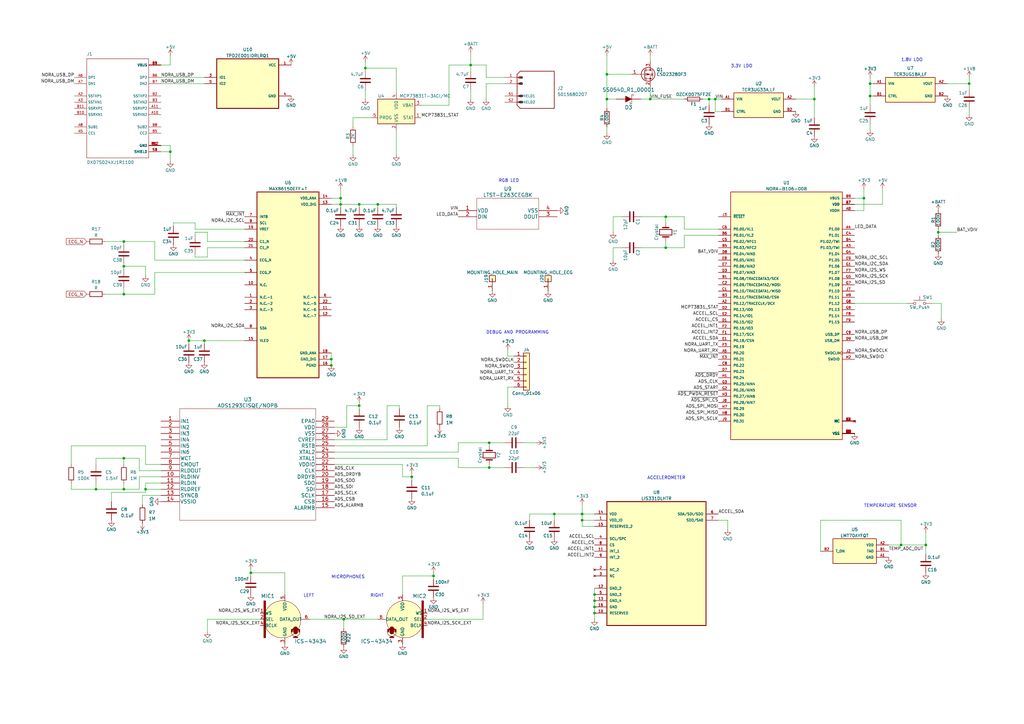
<source format=kicad_sch>
(kicad_sch (version 20220126) (generator eeschema)
  (paper "A3")
  (title_block (title "LifeDataLink-DevKit") (date "2022-04-21") (rev "A") (company "Horizon Medical"))
  (junction (at 135.89 147.32))
  (junction (at 139.7 83.82))
  (junction (at 168.91 195.58))
  (junction (at 102.87 234.95))
  (junction (at 293.37 40.64))
  (junction (at 243.84 251.46))
  (junction (at 200.66 191.77))
  (junction (at 227.33 210.82))
  (junction (at 200.66 181.61))
  (junction (at 147.32 83.82))
  (junction (at 243.84 246.38))
  (junction (at 290.83 40.64))
  (junction (at 248.92 30.48))
  (junction (at 50.8 99.06))
  (junction (at 50.8 109.22))
  (junction (at 243.84 248.92))
  (junction (at 154.94 83.82))
  (junction (at 356.87 39.37))
  (junction (at 83.82 139.7))
  (junction (at 266.7 40.64))
  (junction (at 356.87 34.29))
  (junction (at 193.04 26.67))
  (junction (at 147.32 166.37))
  (junction (at 135.89 149.86))
  (junction (at 273.05 101.6))
  (junction (at 379.73 223.52))
  (junction (at 139.7 81.28))
  (junction (at 50.8 200.66))
  (junction (at 243.84 243.84))
  (junction (at 384.81 95.25))
  (junction (at 273.05 88.9))
  (junction (at 149.86 27.94))
  (junction (at 77.47 139.7))
  (junction (at 39.37 200.66))
  (junction (at 248.92 40.64))
  (junction (at 334.01 40.64))
  (junction (at 69.85 62.23))
  (junction (at 177.8 236.22))
  (junction (at 354.33 81.28))
  (junction (at 369.57 223.52))
  (junction (at 50.8 120.65))
  (junction (at 238.76 210.82))
  (junction (at 397.51 34.29))
  (junction (at 50.8 187.96))
  (junction (at 140.97 254))
  (junction (at 238.76 213.36))
  (junction (at 59.69 200.66))
  (wire (pts (xy 50.8 187.96) (xy 50.8 190.5)))
  (wire (pts (xy 200.66 181.61) (xy 207.01 181.61)))
  (wire (pts (xy 63.5 106.68) (xy 100.33 106.68)))
  (wire (pts (xy 280.67 93.98) (xy 294.64 93.98)))
  (wire (pts (xy 187.96 185.42) (xy 187.96 181.61)))
  (wire (pts (xy 83.82 139.7) (xy 100.33 139.7)))
  (wire (pts (xy 177.8 236.22) (xy 165.1 236.22)))
  (wire (pts (xy 273.05 99.06) (xy 273.05 101.6)))
  (wire (pts (xy 248.92 54.61) (xy 248.92 52.07)))
  (wire (pts (xy 334.01 40.64) (xy 334.01 48.26)))
  (wire (pts (xy 102.87 234.95) (xy 116.84 234.95)))
  (wire (pts (xy 208.28 158.75) (xy 208.28 166.37)))
  (wire (pts (xy 59.69 190.5) (xy 66.04 190.5)))
  (wire (pts (xy 59.69 109.22) (xy 59.69 113.03)))
  (wire (pts (xy 193.04 21.59) (xy 193.04 26.67)))
  (wire (pts (xy 137.16 190.5) (xy 165.1 190.5)))
  (wire (pts (xy 288.29 40.64) (xy 290.83 40.64)))
  (wire (pts (xy 280.67 101.6) (xy 280.67 96.52)))
  (wire (pts (xy 135.89 83.82) (xy 139.7 83.82)))
  (wire (pts (xy 248.92 30.48) (xy 259.08 30.48)))
  (wire (pts (xy 198.12 247.65) (xy 198.12 254)))
  (wire (pts (xy 227.33 210.82) (xy 217.17 210.82)))
  (wire (pts (xy 135.89 147.32) (xy 135.89 149.86)))
  (wire (pts (xy 149.86 40.64) (xy 149.86 36.83)))
  (wire (pts (xy 137.16 182.88) (xy 175.26 182.88)))
  (wire (pts (xy 177.8 236.22) (xy 177.8 237.49)))
  (wire (pts (xy 397.51 31.75) (xy 397.51 34.29)))
  (wire (pts (xy 57.15 193.04) (xy 66.04 193.04)))
  (wire (pts (xy 165.1 195.58) (xy 168.91 195.58)))
  (wire (pts (xy 243.84 246.38) (xy 243.84 248.92)))
  (wire (pts (xy 165.1 236.22) (xy 165.1 243.84)))
  (wire (pts (xy 266.7 40.64) (xy 266.7 35.56)))
  (wire (pts (xy 63.5 120.65) (xy 63.5 111.76)))
  (wire (pts (xy 356.87 31.75) (xy 356.87 34.29)))
  (wire (pts (xy 80.01 91.44) (xy 80.01 93.98)))
  (wire (pts (xy 172.72 43.18) (xy 184.15 43.18)))
  (wire (pts (xy 193.04 26.67) (xy 193.04 29.21)))
  (wire (pts (xy 251.46 95.25) (xy 251.46 88.9)))
  (wire (pts (xy 50.8 109.22) (xy 50.8 110.49)))
  (wire (pts (xy 214.63 181.61) (xy 219.71 181.61)))
  (wire (pts (xy 71.12 91.44) (xy 80.01 91.44)))
  (wire (pts (xy 59.69 201.93) (xy 45.72 201.93)))
  (wire (pts (xy 69.85 59.69) (xy 69.85 62.23)))
  (wire (pts (xy 50.8 99.06) (xy 50.8 100.33)))
  (wire (pts (xy 66.04 59.69) (xy 69.85 59.69)))
  (wire (pts (xy 116.84 234.95) (xy 116.84 243.84)))
  (wire (pts (xy 187.96 191.77) (xy 200.66 191.77)))
  (wire (pts (xy 139.7 81.28) (xy 139.7 77.47)))
  (wire (pts (xy 50.8 200.66) (xy 57.15 200.66)))
  (wire (pts (xy 59.69 182.88) (xy 59.69 190.5)))
  (wire (pts (xy 356.87 39.37) (xy 356.87 34.29)))
  (wire (pts (xy 135.89 144.78) (xy 135.89 147.32)))
  (wire (pts (xy 193.04 40.64) (xy 193.04 36.83)))
  (wire (pts (xy 350.52 81.28) (xy 354.33 81.28)))
  (wire (pts (xy 238.76 207.01) (xy 238.76 210.82)))
  (wire (pts (xy 45.72 201.93) (xy 45.72 205.74)))
  (wire (pts (xy 386.08 124.46) (xy 382.27 124.46)))
  (wire (pts (xy 248.92 40.64) (xy 252.73 40.64)))
  (wire (pts (xy 39.37 187.96) (xy 39.37 190.5)))
  (wire (pts (xy 180.34 166.37) (xy 180.34 167.64)))
  (wire (pts (xy 66.04 203.2) (xy 58.42 203.2)))
  (wire (pts (xy 66.04 200.66) (xy 59.69 200.66)))
  (wire (pts (xy 200.66 181.61) (xy 200.66 182.88)))
  (wire (pts (xy 266.7 25.4) (xy 266.7 22.86)))
  (wire (pts (xy 334.01 40.64) (xy 334.01 35.56)))
  (wire (pts (xy 293.37 40.64) (xy 295.91 40.64)))
  (wire (pts (xy 29.21 200.66) (xy 29.21 198.12)))
  (wire (pts (xy 69.85 62.23) (xy 66.04 62.23)))
  (wire (pts (xy 80.01 105.41) (xy 85.09 105.41)))
  (wire (pts (xy 262.89 101.6) (xy 273.05 101.6)))
  (wire (pts (xy 147.32 166.37) (xy 147.32 167.64)))
  (wire (pts (xy 69.85 66.04) (xy 69.85 62.23)))
  (wire (pts (xy 39.37 200.66) (xy 29.21 200.66)))
  (wire (pts (xy 361.95 83.82) (xy 361.95 77.47)))
  (wire (pts (xy 350.52 83.82) (xy 361.95 83.82)))
  (wire (pts (xy 85.09 95.25) (xy 85.09 99.06)))
  (wire (pts (xy 158.75 180.34) (xy 158.75 166.37)))
  (wire (pts (xy 50.8 99.06) (xy 63.5 99.06)))
  (wire (pts (xy 154.94 83.82) (xy 154.94 85.09)))
  (wire (pts (xy 50.8 120.65) (xy 63.5 120.65)))
  (wire (pts (xy 85.09 99.06) (xy 100.33 99.06)))
  (wire (pts (xy 273.05 101.6) (xy 280.67 101.6)))
  (wire (pts (xy 149.86 27.94) (xy 149.86 29.21)))
  (wire (pts (xy 149.86 25.4) (xy 149.86 27.94)))
  (wire (pts (xy 50.8 187.96) (xy 57.15 187.96)))
  (wire (pts (xy 199.39 31.75) (xy 199.39 26.67)))
  (wire (pts (xy 356.87 34.29) (xy 358.14 34.29)))
  (wire (pts (xy 248.92 22.86) (xy 248.92 30.48)))
  (wire (pts (xy 290.83 40.64) (xy 293.37 40.64)))
  (wire (pts (xy 137.16 185.42) (xy 187.96 185.42)))
  (wire (pts (xy 238.76 213.36) (xy 243.84 213.36)))
  (wire (pts (xy 162.56 27.94) (xy 149.86 27.94)))
  (wire (pts (xy 293.37 45.72) (xy 293.37 40.64)))
  (wire (pts (xy 29.21 182.88) (xy 59.69 182.88)))
  (wire (pts (xy 168.91 194.31) (xy 168.91 195.58)))
  (wire (pts (xy 58.42 203.2) (xy 58.42 207.01)))
  (wire (pts (xy 85.09 254) (xy 106.68 254)))
  (wire (pts (xy 66.04 195.58) (xy 57.15 195.58)))
  (wire (pts (xy 354.33 86.36) (xy 354.33 81.28)))
  (wire (pts (xy 142.24 175.26) (xy 142.24 166.37)))
  (wire (pts (xy 238.76 210.82) (xy 227.33 210.82)))
  (wire (pts (xy 238.76 215.9) (xy 243.84 215.9)))
  (wire (pts (xy 50.8 109.22) (xy 59.69 109.22)))
  (wire (pts (xy 248.92 44.45) (xy 248.92 40.64)))
  (wire (pts (xy 57.15 187.96) (xy 57.15 193.04)))
  (wire (pts (xy 187.96 187.96) (xy 187.96 191.77)))
  (wire (pts (xy 142.24 166.37) (xy 147.32 166.37)))
  (wire (pts (xy 175.26 254) (xy 198.12 254)))
  (wire (pts (xy 50.8 107.95) (xy 50.8 109.22)))
  (wire (pts (xy 251.46 101.6) (xy 255.27 101.6)))
  (wire (pts (xy 298.45 213.36) (xy 298.45 217.17)))
  (wire (pts (xy 158.75 166.37) (xy 163.83 166.37)))
  (wire (pts (xy 356.87 39.37) (xy 356.87 43.18)))
  (wire (pts (xy 210.82 158.75) (xy 208.28 158.75)))
  (wire (pts (xy 139.7 83.82) (xy 139.7 85.09)))
  (wire (pts (xy 102.87 233.68) (xy 102.87 234.95)))
  (wire (pts (xy 85.09 259.08) (xy 85.09 254)))
  (wire (pts (xy 144.78 63.5) (xy 144.78 59.69)))
  (wire (pts (xy 326.39 40.64) (xy 334.01 40.64)))
  (wire (pts (xy 369.57 223.52) (xy 379.73 223.52)))
  (wire (pts (xy 384.81 93.98) (xy 384.81 95.25)))
  (wire (pts (xy 85.09 101.6) (xy 100.33 101.6)))
  (wire (pts (xy 372.11 124.46) (xy 350.52 124.46)))
  (wire (pts (xy 43.18 120.65) (xy 50.8 120.65)))
  (wire (pts (xy 199.39 34.29) (xy 207.01 34.29)))
  (wire (pts (xy 354.33 81.28) (xy 354.33 77.47)))
  (wire (pts (xy 184.15 26.67) (xy 193.04 26.67)))
  (wire (pts (xy 199.39 26.67) (xy 193.04 26.67)))
  (wire (pts (xy 144.78 48.26) (xy 152.4 48.26)))
  (wire (pts (xy 144.78 52.07) (xy 144.78 48.26)))
  (wire (pts (xy 162.56 63.5) (xy 162.56 53.34)))
  (wire (pts (xy 243.84 248.92) (xy 243.84 251.46)))
  (wire (pts (xy 384.81 95.25) (xy 384.81 96.52)))
  (wire (pts (xy 147.32 165.1) (xy 147.32 166.37)))
  (wire (pts (xy 66.04 34.29) (xy 83.82 34.29)))
  (wire (pts (xy 397.51 34.29) (xy 397.51 36.83)))
  (wire (pts (xy 208.28 143.51) (xy 208.28 146.05)))
  (wire (pts (xy 243.84 241.3) (xy 243.84 243.84)))
  (wire (pts (xy 388.62 34.29) (xy 397.51 34.29)))
  (wire (pts (xy 262.89 40.64) (xy 266.7 40.64)))
  (wire (pts (xy 290.83 43.18) (xy 290.83 40.64)))
  (wire (pts (xy 140.97 257.81) (xy 140.97 254)))
  (wire (pts (xy 280.67 88.9) (xy 280.67 93.98)))
  (wire (pts (xy 200.66 191.77) (xy 207.01 191.77)))
  (wire (pts (xy 238.76 213.36) (xy 238.76 215.9)))
  (wire (pts (xy 175.26 182.88) (xy 175.26 166.37)))
  (wire (pts (xy 336.55 226.06) (xy 336.55 213.36)))
  (wire (pts (xy 66.04 26.67) (xy 69.85 26.67)))
  (wire (pts (xy 137.16 175.26) (xy 142.24 175.26)))
  (wire (pts (xy 294.64 213.36) (xy 298.45 213.36)))
  (wire (pts (xy 162.56 27.94) (xy 162.56 38.1)))
  (wire (pts (xy 369.57 213.36) (xy 369.57 223.52)))
  (wire (pts (xy 243.84 243.84) (xy 243.84 246.38)))
  (wire (pts (xy 102.87 234.95) (xy 102.87 236.22)))
  (wire (pts (xy 80.01 96.52) (xy 80.01 95.25)))
  (wire (pts (xy 77.47 139.7) (xy 83.82 139.7)))
  (wire (pts (xy 139.7 81.28) (xy 139.7 83.82)))
  (wire (pts (xy 50.8 120.65) (xy 50.8 118.11)))
  (wire (pts (xy 83.82 139.7) (xy 83.82 140.97)))
  (wire (pts (xy 392.43 95.25) (xy 384.81 95.25)))
  (wire (pts (xy 39.37 198.12) (xy 39.37 200.66)))
  (wire (pts (xy 43.18 99.06) (xy 50.8 99.06)))
  (wire (pts (xy 29.21 182.88) (xy 29.21 190.5)))
  (wire (pts (xy 154.94 83.82) (xy 162.56 83.82)))
  (wire (pts (xy 199.39 34.29) (xy 199.39 40.64)))
  (wire (pts (xy 57.15 195.58) (xy 57.15 200.66)))
  (wire (pts (xy 80.01 95.25) (xy 85.09 95.25)))
  (wire (pts (xy 238.76 210.82) (xy 238.76 213.36)))
  (wire (pts (xy 50.8 198.12) (xy 50.8 200.66)))
  (wire (pts (xy 39.37 187.96) (xy 50.8 187.96)))
  (wire (pts (xy 77.47 139.7) (xy 77.47 140.97)))
  (wire (pts (xy 273.05 88.9) (xy 273.05 91.44)))
  (wire (pts (xy 139.7 83.82) (xy 147.32 83.82)))
  (wire (pts (xy 80.01 93.98) (xy 100.33 93.98)))
  (wire (pts (xy 262.89 88.9) (xy 273.05 88.9)))
  (wire (pts (xy 69.85 26.67) (xy 69.85 22.86)))
  (wire (pts (xy 163.83 166.37) (xy 163.83 167.64)))
  (wire (pts (xy 168.91 195.58) (xy 168.91 196.85)))
  (wire (pts (xy 280.67 96.52) (xy 294.64 96.52)))
  (wire (pts (xy 59.69 198.12) (xy 59.69 200.66)))
  (wire (pts (xy 199.39 31.75) (xy 207.01 31.75)))
  (wire (pts (xy 273.05 88.9) (xy 280.67 88.9)))
  (wire (pts (xy 80.01 104.14) (xy 80.01 105.41)))
  (wire (pts (xy 350.52 86.36) (xy 354.33 86.36)))
  (wire (pts (xy 266.7 40.64) (xy 280.67 40.64)))
  (wire (pts (xy 336.55 213.36) (xy 369.57 213.36)))
  (wire (pts (xy 238.76 210.82) (xy 243.84 210.82)))
  (wire (pts (xy 356.87 50.8) (xy 356.87 53.34)))
  (wire (pts (xy 135.89 81.28) (xy 139.7 81.28)))
  (wire (pts (xy 379.73 223.52) (xy 379.73 218.44)))
  (wire (pts (xy 85.09 101.6) (xy 85.09 105.41)))
  (wire (pts (xy 71.12 92.71) (xy 71.12 91.44)))
  (wire (pts (xy 217.17 210.82) (xy 217.17 213.36)))
  (wire (pts (xy 137.16 180.34) (xy 158.75 180.34)))
  (wire (pts (xy 66.04 31.75) (xy 83.82 31.75)))
  (wire (pts (xy 251.46 106.68) (xy 251.46 101.6)))
  (wire (pts (xy 63.5 111.76) (xy 100.33 111.76)))
  (wire (pts (xy 177.8 234.95) (xy 177.8 236.22)))
  (wire (pts (xy 364.49 223.52) (xy 369.57 223.52)))
  (wire (pts (xy 386.08 130.81) (xy 386.08 124.46)))
  (wire (pts (xy 397.51 44.45) (xy 397.51 46.99)))
  (wire (pts (xy 59.69 200.66) (xy 59.69 201.93)))
  (wire (pts (xy 63.5 106.68) (xy 63.5 99.06)))
  (wire (pts (xy 165.1 190.5) (xy 165.1 195.58)))
  (wire (pts (xy 162.56 83.82) (xy 162.56 85.09)))
  (wire (pts (xy 66.04 198.12) (xy 59.69 198.12)))
  (wire (pts (xy 251.46 88.9) (xy 255.27 88.9)))
  (wire (pts (xy 147.32 83.82) (xy 154.94 83.82)))
  (wire (pts (xy 184.15 43.18) (xy 184.15 26.67)))
  (wire (pts (xy 214.63 191.77) (xy 219.71 191.77)))
  (wire (pts (xy 137.16 187.96) (xy 187.96 187.96)))
  (wire (pts (xy 248.92 30.48) (xy 248.92 40.64)))
  (wire (pts (xy 295.91 45.72) (xy 293.37 45.72)))
  (wire (pts (xy 358.14 39.37) (xy 356.87 39.37)))
  (wire (pts (xy 379.73 223.52) (xy 379.73 227.33)))
  (wire (pts (xy 154.94 254) (xy 140.97 254)))
  (wire (pts (xy 208.28 146.05) (xy 210.82 146.05)))
  (wire (pts (xy 175.26 166.37) (xy 180.34 166.37)))
  (wire (pts (xy 39.37 200.66) (xy 50.8 200.66)))
  (wire (pts (xy 243.84 251.46) (xy 243.84 254)))
  (wire (pts (xy 227.33 210.82) (xy 227.33 213.36)))
  (wire (pts (xy 127 254) (xy 140.97 254)))
  (wire (pts (xy 147.32 83.82) (xy 147.32 85.09)))
  (wire (pts (xy 200.66 190.5) (xy 200.66 191.77)))
  (wire (pts (xy 187.96 181.61) (xy 200.66 181.61)))
  (text "DEBUG AND PROGRAMMING" (at 199.39 137.16 0) (effects (font (size 1.27 1.27)) (justify left bottom)))
  (text "RIGHT" (at 157.48 245.11 0) (effects (font (size 1.27 1.27)) (justify right bottom)))
  (text "3.3V LDO" (at 299.72 27.94 0) (effects (font (size 1.27 1.27)) (justify left bottom)))
  (text "RGB LED" (at 204.47 74.93 0) (effects (font (size 1.27 1.27)) (justify left bottom)))
  (text "LEFT" (at 124.46 245.11 0) (effects (font (size 1.27 1.27)) (justify left bottom)))
  (text "ACCELEROMETER" (at 265.43 196.85 0) (effects (font (size 1.27 1.27)) (justify left bottom)))
  (text "TEMPERATURE SENSOR" (at 354.33 208.28 0) (effects (font (size 1.27 1.27)) (justify left bottom)))
  (text "MICROPHONES" (at 135.89 237.49 0) (effects (font (size 1.27 1.27)) (justify left bottom)))
  (text "1.8V LDO" (at 369.57 25.4 0) (effects (font (size 1.27 1.27)) (justify left bottom)))
  (label "ADS_DRDYB" (at 137.16 195.58 0))
  (label "VIN" (at 187.96 86.36 0))
  (label "ACCEL_SCL" (at 243.84 220.98 0))
  (label "NORA_UART_RX" (at 210.82 156.21 0))
  (label "NORA_I2S_WS" (at 350.52 111.76 0))
  (label "MCP73831_STAT" (at 172.72 48.26 0))
  (label "NORA_I2S_WS_EXT" (at 106.68 251.46 0))
  (label "ADS_SDO" (at 137.16 198.12 0))
  (label "ACCEL_CS" (at 294.64 132.08 0))
  (label "NORA_I2S_SD_EXT" (at 149.86 254 0))
  (label "NORA_I2S_SCK_EXT" (at 175.26 256.54 0))
  (label "MCP73831_STAT" (at 294.64 127 0))
  (label "~{ADS_SPI_CS}" (at 294.64 165.1 0))
  (label "NORA_SWDIO" (at 210.82 151.13 0))
  (label "ACCEL_SDA" (at 294.64 210.82 0))
  (label "NORA_SWDCLK" (at 350.52 144.78 0))
  (label "ADS_START" (at 294.64 160.02 0))
  (label "ACCEL_INT1" (at 294.64 134.62 0))
  (label "~{ADS_DRDY}" (at 294.64 154.94 0))
  (label "~{MAX_INT}" (at 100.33 88.9 0))
  (label "LED_DATA" (at 187.96 88.9 0))
  (label "ADS_CSB" (at 137.16 205.74 0))
  (label "NORA_I2S_SCK" (at 350.52 114.3 0))
  (label "ACCEL_INT2" (at 294.64 137.16 0))
  (label "BAT_VDIV" (at 294.64 104.14 0))
  (label "NORA_I2S_WS_EXT" (at 175.26 251.46 0))
  (label "ADS_CLK" (at 294.64 157.48 0))
  (label "NORA_USB_DP" (at 30.48 31.75 0))
  (label "NORA_I2S_SD" (at 350.52 116.84 0))
  (label "NORA_USB_DM" (at 350.52 139.7 0))
  (label "NORA_SWDCLK" (at 210.82 148.59 0))
  (label "ACCEL_INT1" (at 243.84 226.06 0))
  (label "ACCEL_INT2" (at 243.84 228.6 0))
  (label "LED_DATA" (at 350.52 93.98 0))
  (label "NORA_USB_DM" (at 66.04 34.29 0))
  (label "NORA_SWDIO" (at 350.52 147.32 0))
  (label "ADS_ALARMB" (at 137.16 208.28 0))
  (label "ADS_SPI_MOSI" (at 294.64 167.64 0))
  (label "NORA_I2C_SDA" (at 350.52 109.22 0))
  (label "ACCEL_CS" (at 243.84 223.52 0))
  (label "ACCEL_SDA" (at 294.64 139.7 0))
  (label "ADS_SPI_MISO" (at 294.64 170.18 0))
  (label "ADS_SDI" (at 137.16 200.66 0))
  (label "VIN_FUSE" (at 266.7 40.64 0))
  (label "NORA_UART_TX" (at 294.64 142.24 0))
  (label "BAT_VDIV" (at 392.43 95.25 0))
  (label "NORA_UART_TX" (at 210.82 153.67 0))
  (label "NORA_I2C_SDA" (at 100.33 134.62 0))
  (label "TEMP_ADC_OUT" (at 364.49 226.06 0))
  (label "ADS_SPI_SCLK" (at 294.64 172.72 0))
  (label "VIN" (at 293.37 40.64 0))
  (label "NORA_USB_DP" (at 66.04 31.75 0))
  (label "NORA_I2C_SCL" (at 100.33 91.44 0))
  (label "ACCEL_SCL" (at 294.64 129.54 0))
  (label "~{MAX_INT}" (at 294.64 147.32 0))
  (label "NORA_USB_DP" (at 350.52 137.16 0))
  (label "ADS_SCLK" (at 137.16 203.2 0))
  (label "NORA_I2S_SCK_EXT" (at 106.68 256.54 0))
  (label "NORA_I2C_SCL" (at 350.52 106.68 0))
  (label "ADS_CLK" (at 137.16 193.04 0))
  (label "NORA_USB_DM" (at 30.48 34.29 0))
  (label "NORA_UART_RX" (at 294.64 144.78 0))
  (label "~{ADS_PWDN_RESET}" (at 294.64 162.56 0))
  (global_label "ECG_N" (shape input) (at 35.56 99.06 180) (property "Intersheetrefs" "${INTERSHEET_REFS}" (effects hide)))
  (global_label "ECG_N" (shape input) (at 35.56 120.65 180) (property "Intersheetrefs" "${INTERSHEET_REFS}" (effects hide)))
  (symbol (lib_id "power:+5V") (at 149.86 25.4 0) (unit 1)
    (property "Reference" "#PWR019" (effects hide))
    (property "Value" "+5V" (at 149.86 21.844 0))
  )
  (symbol (lib_id "power:GND") (at 162.56 63.5 0) (unit 1)
    (property "Reference" "#PWR024" (effects hide))
    (property "Value" "GND" (at 162.56 67.31 0))
  )
  (symbol (lib_id "Battery_Management:MCP73831-2-OT") (at 162.56 45.72 0) (unit 1)
    (property "Reference" "U4" (at 154.94 39.37 0) (effects (justify left)))
    (property "Value" "MCP73831T-3ACI{slash}MC" (at 163.83 39.37 0) (effects (justify left)))
    (property "Footprint" "Package_DFN_QFN:DFN-8-1EP_3x2mm_P0.5mm_EP1.3x1.5mm" (effects hide))
    (property "Datasheet" "https://ww1.microchip.com/downloads/en/DeviceDoc/MCP73831-Family-Data-Sheet-DS20001984H.pdf" (effects hide))
    (property "MPN" "MCP73831T-3ACI/MC" (effects hide))
  )
  (symbol (lib_id "DX07S024XJ1R1100:DX07S024XJ1R1100") (at 48.26 44.45 0) (unit 1)
    (property "Reference" "J1" (at 35.56 22.86 0) (effects (justify left bottom)))
    (property "Value" "DX07S024XJ1R1100" (at 35.56 67.31 0) (effects (justify left bottom)))
    (property "Footprint" "JAE_DX07S024XJ1R1100:JAE_DX07S024XJ1R1100" (effects hide))
    (property "Datasheet" "1" (effects hide))
    (property "Campo4" "3.34mm" (effects hide))
    (property "Campo5" "JAE" (effects hide))
    (property "Campo6" "Manufacturer recommendations" (effects hide))
    (property "MPN" "DX07S024XJ1R1100" (effects hide))
  )
  (symbol (lib_id "power:+5V") (at 69.85 22.86 0) (unit 1)
    (property "Reference" "#PWR03" (effects hide))
    (property "Value" "+5V" (at 69.85 19.304 0))
  )
  (symbol (lib_id "power:GND") (at 69.85 66.04 0) (unit 1)
    (property "Reference" "#PWR04" (effects hide))
    (property "Value" "GND" (at 69.85 69.85 0))
  )
  (symbol (lib_id "power:GND") (at 119.38 39.37 0) (unit 1)
    (property "Reference" "#PWR08" (effects hide))
    (property "Value" "GND" (at 119.38 43.18 0))
  )
  (symbol (lib_id "power:+5V") (at 119.38 26.67 0) (unit 1)
    (property "Reference" "#PWR07" (effects hide))
    (property "Value" "+5V" (at 119.38 23.114 0))
  )
  (symbol (lib_id "Device:C") (at 149.86 33.02 180) (unit 1)
    (property "Reference" "C6" (at 149.225 35.56 0) (effects (justify left)))
    (property "Value" "4.7uF" (at 149.225 30.48 0) (effects (justify left)))
    (property "Footprint" "Capacitor_SMD:C_0402_1005Metric" (effects hide))
    (property "MPN" "C0402C475M7PACTU" (effects hide))
  )
  (symbol (lib_id "Device:C") (at 290.83 46.99 180) (unit 1)
    (property "Reference" "C3" (at 290.195 49.53 0) (effects (justify left)))
    (property "Value" "1uF" (at 290.195 44.45 0) (effects (justify left)))
    (property "Footprint" "Capacitor_SMD:C_0402_1005Metric" (effects hide))
    (property "MPN" "C0402C105K9PACTU" (effects hide))
  )
  (symbol (lib_id "Device:C") (at 334.01 52.07 180) (unit 1)
    (property "Reference" "C4" (at 333.375 54.61 0) (effects (justify left)))
    (property "Value" "1uF" (at 333.375 49.53 0) (effects (justify left)))
    (property "Footprint" "Capacitor_SMD:C_0402_1005Metric" (effects hide))
    (property "MPN" "C0402C105K9PACTU" (effects hide))
  )
  (symbol (lib_id "power:+5V") (at 248.92 22.86 0) (unit 1)
    (property "Reference" "#PWR05" (effects hide))
    (property "Value" "+5V" (at 248.92 19.304 0))
  )
  (symbol (lib_id "Lifedatalink_v1_revA-rescue:+3.3V-power") (at 334.01 35.56 0) (unit 1)
    (property "Reference" "#PWR06" (effects hide))
    (property "Value" "+3.3V" (at 334.01 32.004 0))
  )
  (symbol (lib_id "power:GND") (at 290.83 50.8 0) (unit 1)
    (property "Reference" "#PWR09" (effects hide))
    (property "Value" "GND" (at 290.83 54.61 0))
  )
  (symbol (lib_id "power:GND") (at 334.01 55.88 0) (unit 1)
    (property "Reference" "#PWR011" (effects hide))
    (property "Value" "GND" (at 334.01 59.69 0))
  )
  (symbol (lib_id "Device:C") (at 193.04 33.02 180) (unit 1)
    (property "Reference" "C7" (at 192.405 35.56 0) (effects (justify left)))
    (property "Value" "4.7uF" (at 192.405 30.48 0) (effects (justify left)))
    (property "Footprint" "Capacitor_SMD:C_0402_1005Metric" (effects hide))
    (property "MPN" "C0402C475M7PACTU" (effects hide))
  )
  (symbol (lib_id "power:GND") (at 193.04 40.64 0) (unit 1)
    (property "Reference" "#PWR020" (effects hide))
    (property "Value" "GND" (at 193.04 44.45 0))
  )
  (symbol (lib_id "Device:R") (at 144.78 55.88 180) (unit 1)
    (property "Reference" "R3" (at 142.748 55.88 90))
    (property "Value" "2K" (at 144.78 55.88 90))
    (property "Footprint" "Resistor_SMD:R_0402_1005Metric" (effects hide))
    (property "MPN" "CRCW040210K0FKEDC" (effects hide))
  )
  (symbol (lib_id "power:GND") (at 144.78 63.5 0) (unit 1)
    (property "Reference" "#PWR016" (effects hide))
    (property "Value" "GND" (at 144.78 67.31 0))
  )
  (symbol (lib_id "power:GND") (at 149.86 40.64 0) (unit 1)
    (property "Reference" "#PWR017" (effects hide))
    (property "Value" "GND" (at 149.86 44.45 0))
  )
  (symbol (lib_id "power:GND") (at 199.39 40.64 0) (unit 1)
    (property "Reference" "#PWR021" (effects hide))
    (property "Value" "GND" (at 199.39 44.45 0))
  )
  (symbol (lib_id "dk_Microphones:SPH0645LM4H-B") (at 116.84 254 0) (unit 1)
    (property "Reference" "MIC1" (at 109.855 244.475 0) (effects (font (size 1.524 1.524))))
    (property "Value" "ICS-43434" (at 127.381 263.017 0) (effects (font (size 1.524 1.524))))
    (property "Footprint" "digikey-footprints:SPH0645LM4H-B" (effects hide))
    (property "Datasheet" "https://invensense.tdk.com/wp-content/uploads/2016/02/DS-000069-ICS-43434-v1.2.pdf?ref_disty=digikey" (effects hide))
    (property "MPN" "ICS-43434" (effects hide))
    (property "Category" "Audio Products" (effects hide))
    (property "Family" "Microphones" (effects hide))
    (property "Manufacturer" "InvenSense" (effects hide))
  )
  (symbol (lib_id "power:+BATT") (at 193.04 21.59 0) (unit 1)
    (property "Reference" "#PWR012" (effects hide))
    (property "Value" "+BATT" (at 193.04 18.034 0))
  )
  (symbol (lib_id "Transistor_FET:DMG2301L") (at 264.16 30.48 0) (unit 1)
    (property "Reference" "Q1" (at 269.24 28.575 0) (effects (justify left)))
    (property "Value" "CSD23280F3" (at 269.24 30.48 0) (effects (justify left)))
    (property "Footprint" "SnapEda:TRANS_CSD23280F3" (effects hide))
    (property "Datasheet" "https://www.ti.com/lit/ds/symlink/csd23280f3.pdf" (effects hide))
    (property "MPN" "CSD23280F3" (effects hide))
  )
  (symbol (lib_id "dk_Microphones:SPH0645LM4H-B") (at 165.1 254 0) (mirror y) (unit 1)
    (property "Reference" "MIC2" (at 172.085 244.475 0) (effects (font (size 1.524 1.524))))
    (property "Value" "ICS-43434" (at 154.559 263.017 0) (effects (font (size 1.524 1.524))))
    (property "Footprint" "digikey-footprints:SPH0645LM4H-B" (effects hide))
    (property "Datasheet" "https://invensense.tdk.com/wp-content/uploads/2016/02/DS-000069-ICS-43434-v1.2.pdf?ref_disty=digikey" (effects hide))
    (property "MPN" "ICS-43434" (effects hide))
    (property "Category" "Audio Products" (effects hide))
    (property "Family" "Microphones" (effects hide))
    (property "Manufacturer" "InvenSense" (effects hide))
  )
  (symbol (lib_id "Device:C") (at 102.87 240.03 180) (unit 1)
    (property "Reference" "C29" (at 102.235 242.57 0) (effects (justify left)))
    (property "Value" "100nF" (at 102.235 237.49 0) (effects (justify left)))
    (property "Footprint" "Capacitor_SMD:C_0402_1005Metric" (effects hide))
    (property "MPN" "C0402C104K4PACTU" (effects hide))
  )
  (symbol (lib_id "Device:C") (at 177.8 241.3 0) (mirror x) (unit 1)
    (property "Reference" "C30" (at 178.435 243.84 0) (effects (justify left)))
    (property "Value" "100nF" (at 178.435 238.76 0) (effects (justify left)))
    (property "Footprint" "Capacitor_SMD:C_0402_1005Metric" (effects hide))
    (property "MPN" "C0402C104K4PACTU" (effects hide))
  )
  (symbol (lib_id "Device:R") (at 140.97 261.62 0) (unit 1)
    (property "Reference" "R22" (at 143.002 261.62 90))
    (property "Value" "100K" (at 140.97 261.62 90))
    (property "Footprint" "Resistor_SMD:R_0402_1005Metric" (effects hide))
    (property "MPN" "CRCW0402100KFKEDC" (effects hide))
  )
  (symbol (lib_id "Lifedatalink_v1_revA-rescue:+3.3V-power") (at 102.87 233.68 0) (unit 1)
    (property "Reference" "#PWR082" (effects hide))
    (property "Value" "+3.3V" (at 102.87 230.124 0))
  )
  (symbol (lib_id "Device:Fuse") (at 284.48 40.64 270) (unit 1)
    (property "Reference" "F1" (at 284.48 42.672 90))
    (property "Value" "0ZCK0075FF2E" (at 284.48 38.735 90))
    (property "Footprint" "Fuse:Fuse_0805_2012Metric" (effects hide))
    (property "MPN" "0603L075SLYR" (effects hide))
  )
  (symbol (lib_id "dk_Diodes-Rectifiers-Single:MBR0540T1G") (at 257.81 40.64 0) (mirror x) (unit 1)
    (property "Reference" "D3" (at 257.81 43.18 0) (effects (font (size 1.524 1.524)) (justify bottom)))
    (property "Value" "SS0540_R1_00001" (at 257.81 36.83 0) (effects (font (size 1.524 1.524))))
    (property "Footprint" "Diode_SMD:D_SOD-123" (effects hide))
    (property "Datasheet" "https://www.panjit.com.tw/upload/datasheet/SS0520_SERIES.pdf" (effects hide))
    (property "Digi-Key_PN" "3757-SS0540_R1_00001CT-ND" (effects hide))
    (property "MPN" "SS0540_R1_00001" (effects hide))
    (property "Category" "Discrete Semiconductor Products" (effects hide))
    (property "Family" "Diodes - Rectifiers - Single" (effects hide))
    (property "Description" "Diode Schottky 40 V 500mA Surface Mount SOD-123" (effects hide))
    (property "Manufacturer" "Panjit International Inc." (effects hide))
    (property "Status" "Active" (effects hide))
  )
  (symbol (lib_id "Device:R") (at 248.92 48.26 180) (unit 1)
    (property "Reference" "R4" (at 246.888 48.26 90))
    (property "Value" "100K" (at 248.92 48.26 90))
    (property "Footprint" "Resistor_SMD:R_0402_1005Metric" (effects hide))
    (property "MPN" "CRCW0402100KFKEDC" (effects hide))
  )
  (symbol (lib_id "power:+BATT") (at 266.7 22.86 0) (unit 1)
    (property "Reference" "#PWR013" (effects hide))
    (property "Value" "+BATT" (at 266.7 19.304 0))
  )
  (symbol (lib_id "power:GND") (at 102.87 243.84 0) (unit 1)
    (property "Reference" "#PWR083" (effects hide))
    (property "Value" "GND" (at 102.87 247.65 0))
  )
  (symbol (lib_id "power:GND") (at 248.92 54.61 0) (unit 1)
    (property "Reference" "#PWR014" (effects hide))
    (property "Value" "GND" (at 248.92 58.42 0))
  )
  (symbol (lib_id "power:GND") (at 140.97 265.43 0) (mirror y) (unit 1)
    (property "Reference" "#PWR090" (effects hide))
    (property "Value" "GND" (at 140.97 269.24 0))
  )
  (symbol (lib_id "Lifedatalink_v1_revA-rescue:+3.3V-power") (at 177.8 234.95 0) (mirror y) (unit 1)
    (property "Reference" "#PWR086" (effects hide))
    (property "Value" "+3.3V" (at 177.8 231.394 0))
  )
  (symbol (lib_id "power:GND") (at 116.84 264.16 0) (unit 1)
    (property "Reference" "#PWR085" (effects hide))
    (property "Value" "GND" (at 116.84 267.97 0))
  )
  (symbol (lib_id "power:GND") (at 165.1 264.16 0) (mirror y) (unit 1)
    (property "Reference" "#PWR089" (effects hide))
    (property "Value" "GND" (at 165.1 267.97 0))
  )
  (symbol (lib_id "power:+BATT") (at 384.81 86.36 0) (unit 1)
    (property "Reference" "#PWR095" (effects hide))
    (property "Value" "+BATT" (at 384.81 82.804 0))
  )
  (symbol (lib_id "Device:R") (at 384.81 90.17 180) (unit 1)
    (property "Reference" "R1" (at 382.778 90.17 90))
    (property "Value" "100K" (at 384.81 90.17 90))
    (property "Footprint" "Resistor_SMD:R_0402_1005Metric" (effects hide))
    (property "MPN" "CRCW0402100KFKEDC" (effects hide))
  )
  (symbol (lib_id "Device:R") (at 384.81 100.33 180) (unit 1)
    (property "Reference" "R2" (at 382.778 100.33 90))
    (property "Value" "100K" (at 384.81 100.33 90))
    (property "Footprint" "Resistor_SMD:R_0402_1005Metric" (effects hide))
    (property "MPN" "CRCW0402100KFKEDC" (effects hide))
  )
  (symbol (lib_id "power:GND") (at 384.81 104.14 0) (unit 1)
    (property "Reference" "#PWR096" (effects hide))
    (property "Value" "GND" (at 384.81 107.95 0))
  )
  (symbol (lib_id "power:GND") (at 177.8 245.11 0) (mirror y) (unit 1)
    (property "Reference" "#PWR087" (effects hide))
    (property "Value" "GND" (at 177.8 248.92 0))
  )
  (symbol (lib_id "power:GND") (at 85.09 259.08 0) (unit 1)
    (property "Reference" "#PWR084" (effects hide))
    (property "Value" "GND" (at 85.09 262.89 0))
  )
  (symbol (lib_id "power:GND") (at 397.51 46.99 0) (unit 1)
    (property "Reference" "#PWR0109" (effects hide))
    (property "Value" "GND" (at 397.51 50.8 0))
  )
  (symbol (lib_id "Lifedatalink_v1_revA-rescue:+3.3V-power") (at 198.12 247.65 0) (mirror y) (unit 1)
    (property "Reference" "#PWR088" (effects hide))
    (property "Value" "+3.3V" (at 198.12 244.094 0))
  )
  (symbol (lib_id "Connector_Generic:Conn_01x01") (at 201.93 114.3 90) (unit 1)
    (property "Reference" "J19" (at 199.39 114.3 0))
    (property "Value" "MOUNTING_HOLE_MAIN" (at 201.93 111.76 90))
    (property "Footprint" "MountingHole:MountingHole_2.2mm_M2_DIN965_Pad" (effects hide))
  )
  (symbol (lib_id "Connector_Generic:Conn_01x01") (at 224.79 114.3 90) (unit 1)
    (property "Reference" "J20" (at 222.25 114.3 0))
    (property "Value" "MOUNTING_HOLE_ECG" (at 224.79 111.76 90))
    (property "Footprint" "MountingHole:MountingHole_2.2mm_M2_DIN965_Pad" (effects hide))
  )
  (symbol (lib_id "Lifedatalink_v1_revA-rescue:+3.3V-power") (at 208.28 143.51 0) (unit 1)
    (property "Reference" "#PWR0110" (effects hide))
    (property "Value" "+3.3V" (at 208.28 139.954 0))
  )
  (symbol (lib_id "power:GND") (at 201.93 119.38 0) (unit 1)
    (property "Reference" "#PWR0113" (effects hide))
    (property "Value" "GND" (at 201.93 123.19 0))
  )
  (symbol (lib_id "power:GND") (at 224.79 119.38 0) (unit 1)
    (property "Reference" "#PWR0114" (effects hide))
    (property "Value" "GND" (at 224.79 123.19 0))
  )
  (symbol (lib_id "power:GND") (at 208.28 166.37 0) (unit 1)
    (property "Reference" "#PWR051" (effects hide))
    (property "Value" "GND" (at 208.28 170.18 0))
  )
  (symbol (lib_id "Device:C") (at 356.87 46.99 180) (unit 1)
    (property "Reference" "C25" (at 356.235 49.53 0) (effects (justify left)))
    (property "Value" "1uF" (at 356.235 44.45 0) (effects (justify left)))
    (property "Footprint" "Capacitor_SMD:C_0402_1005Metric" (effects hide))
    (property "MPN" "C0402C105K9PACTU" (effects hide))
  )
  (symbol (lib_id "Device:C") (at 397.51 40.64 180) (unit 1)
    (property "Reference" "C26" (at 396.875 43.18 0) (effects (justify left)))
    (property "Value" "1uF" (at 396.875 38.1 0) (effects (justify left)))
    (property "Footprint" "Capacitor_SMD:C_0402_1005Metric" (effects hide))
    (property "MPN" "C0402C105K9PACTU" (effects hide))
  )
  (symbol (lib_id "power:GND") (at 356.87 53.34 0) (unit 1)
    (property "Reference" "#PWR056" (effects hide))
    (property "Value" "GND" (at 356.87 57.15 0))
  )
  (symbol (lib_id "power:GND") (at 388.62 39.37 0) (unit 1)
    (property "Reference" "#PWR057" (effects hide))
    (property "Value" "GND" (at 388.62 43.18 0))
  )
  (symbol (lib_id "power:+1V8") (at 397.51 31.75 0) (unit 1)
    (property "Reference" "#PWR055" (effects hide))
    (property "Value" "+1V8" (at 397.51 28.194 0))
  )
  (symbol (lib_id "Lifedatalink_v1_revA-rescue:+3.3V-power") (at 356.87 31.75 0) (unit 1)
    (property "Reference" "#PWR059" (effects hide))
    (property "Value" "+3.3V" (at 356.87 28.194 0))
  )
  (symbol (lib_id "Connector_Generic:Conn_01x06") (at 215.9 151.13 0) (unit 1)
    (property "Reference" "J4" (at 215.9 143.51 0))
    (property "Value" "Conn_01x06" (at 215.9 161.29 0))
    (property "Footprint" "Pads_1.27mm:1.27mm_pads_01x06" (effects hide))
  )
  (symbol (lib_id "power:+1V8") (at 139.7 77.47 0) (unit 1)
    (property "Reference" "#PWR048" (effects hide))
    (property "Value" "+1V8" (at 139.7 73.914 0))
  )
  (symbol (lib_id "power:GND") (at 298.45 217.17 0) (unit 1)
    (property "Reference" "#PWR039" (effects hide))
    (property "Value" "GND" (at 298.45 220.98 0))
  )
  (symbol (lib_id "power:GND") (at 162.56 92.71 0) (unit 1)
    (property "Reference" "#PWR058" (effects hide))
    (property "Value" "GND" (at 162.56 96.52 0))
  )
  (symbol (lib_id "Lifedatalink_v1_revA-rescue:+3.3V-power") (at 219.71 181.61 270) (unit 1)
    (property "Reference" "#PWR029" (effects hide))
    (property "Value" "+3.3V" (at 223.266 181.61 0))
  )
  (symbol (lib_id "Lifedatalink_v1_revA-rescue:+3.3V-power") (at 180.34 175.26 180) (unit 1)
    (property "Reference" "#PWR037" (effects hide))
    (property "Value" "+3.3V" (at 180.34 178.816 0))
  )
  (symbol (lib_id "TCR3UG33A_LF:TCR3UG33A,LF") (at 373.38 36.83 0) (unit 1)
    (property "Reference" "U7" (at 373.38 27.94 0))
    (property "Value" "TCR3UG18A,LF" (at 373.38 30.48 0))
    (property "Footprint" "BGA4N35P2X2_64X64X33" (effects hide))
    (property "STANDARD" "IPC 7351B" (effects hide))
    (property "PARTREV" "2021-10-28" (effects hide))
    (property "MANUFACTURER" "Toshiba" (effects hide))
    (property "MAXIMUM_PACKAGE_HEIGHT" "0.33mm" (effects hide))
  )
  (symbol (lib_id "power:GND") (at 163.83 175.26 0) (unit 1)
    (property "Reference" "#PWR036" (effects hide))
    (property "Value" "GND" (at 163.83 179.07 0))
  )
  (symbol (lib_id "NORA-B106-00B:NORA-B106-00B") (at 322.58 129.54 0) (unit 1)
    (property "Reference" "U1" (at 322.58 74.93 0))
    (property "Value" "NORA-B106-00B" (at 322.58 77.47 0))
    (property "Footprint" "XCVR_NORA-B106-00B" (effects hide))
    (property "STANDARD" "Manufacturer Recommendations" (effects hide))
    (property "MANUFACTURER" "u-blox" (effects hide))
    (property "MAXIMUM_PACKAGE_HEIGHT" "1.8mm" (effects hide))
    (property "PARTREV" "R05" (effects hide))
  )
  (symbol (lib_id "Device:C") (at 139.7 88.9 180) (unit 1)
    (property "Reference" "C24" (at 139.065 91.44 0) (effects (justify left)))
    (property "Value" "0.1uF" (at 139.065 86.36 0) (effects (justify left)))
    (property "Footprint" "Capacitor_SMD:C_0402_1005Metric" (effects hide))
    (property "MPN" "C0402C105K9PACTU" (effects hide))
  )
  (symbol (lib_id "power:GND") (at 147.32 92.71 0) (unit 1)
    (property "Reference" "#PWR053" (effects hide))
    (property "Value" "GND" (at 147.32 96.52 0))
  )
  (symbol (lib_id "Lifedatalink_v1_revA-rescue:+3.3V-power") (at 354.33 77.47 0) (unit 1)
    (property "Reference" "#PWR01" (effects hide))
    (property "Value" "+3.3V" (at 354.33 73.914 0))
  )
  (symbol (lib_id "power:GND") (at 364.49 228.6 0) (unit 1)
    (property "Reference" "#PWR044" (effects hide))
    (property "Value" "GND" (at 364.49 232.41 0))
  )
  (symbol (lib_id "power:+5V") (at 361.95 77.47 0) (unit 1)
    (property "Reference" "#PWR02" (effects hide))
    (property "Value" "+5V" (at 361.95 73.914 0))
  )
  (symbol (lib_id "power:GND") (at 59.69 113.03 0) (unit 1)
    (property "Reference" "#PWR068" (effects hide))
    (property "Value" "GND" (at 59.69 116.84 0))
  )
  (symbol (lib_id "Device:C") (at 147.32 88.9 180) (unit 1)
    (property "Reference" "C31" (at 146.685 91.44 0) (effects (justify left)))
    (property "Value" "4.7uF" (at 146.685 86.36 0) (effects (justify left)))
    (property "Footprint" "Capacitor_SMD:C_0402_1005Metric" (effects hide))
    (property "MPN" "C0402C105K9PACTU" (effects hide))
  )
  (symbol (lib_id "power:GND") (at 66.04 205.74 270) (unit 1)
    (property "Reference" "#PWR028" (effects hide))
    (property "Value" "GND" (at 62.23 205.74 0))
  )
  (symbol (lib_id "LIS331DLHTR:LIS331DLHTR") (at 269.24 228.6 0) (unit 1)
    (property "Reference" "U8" (at 269.24 201.93 0))
    (property "Value" "LIS331DLHTR" (at 269.24 204.47 0))
    (property "Footprint" "LGA16R50P3X5_300X300X100" (effects hide))
    (property "PACKAGE" "LGA-16" (effects hide))
    (property "SUPPLIER" "STMicroelectronics" (effects hide))
    (property "MPN" "LIS331DLHTR" (effects hide))
    (property "OC_FARNELL" "1838522" (effects hide))
    (property "OC_NEWARK" "09R4844" (effects hide))
  )
  (symbol (lib_id "Lifedatalink_v1_revA-rescue:+3.3V-power") (at 77.47 139.7 0) (unit 1)
    (property "Reference" "#PWR064" (effects hide))
    (property "Value" "+3.3V" (at 77.47 136.144 0))
  )
  (symbol (lib_id "Device:C") (at 50.8 114.3 180) (unit 1)
    (property "Reference" "C39" (at 50.165 116.84 0) (effects (justify left)))
    (property "Value" "10pF" (at 50.165 111.76 0) (effects (justify left)))
    (property "Footprint" "Capacitor_SMD:C_0402_1005Metric" (effects hide))
    (property "MPN" "C0402C105K9PACTU" (effects hide))
  )
  (symbol (lib_id "power:GND") (at 83.82 148.59 0) (unit 1)
    (property "Reference" "#PWR066" (effects hide))
    (property "Value" "GND" (at 83.82 152.4 0))
  )
  (symbol (lib_id "power:GND") (at 71.12 100.33 0) (unit 1)
    (property "Reference" "#PWR060" (effects hide))
    (property "Value" "GND" (at 71.12 104.14 0))
  )
  (symbol (lib_id "Switch:SW_Push") (at 377.19 124.46 0) (unit 1)
    (property "Reference" "SW1" (at 378.46 121.92 0) (effects (justify left)))
    (property "Value" "SW_Push" (at 377.19 125.984 0))
    (property "Footprint" "SW_B3U-3000P:SW_B3U-3000P" (effects hide))
    (property "MPN" "B3U-3000P" (effects hide))
  )
  (symbol (lib_id "Device:C") (at 50.8 104.14 180) (unit 1)
    (property "Reference" "C38" (at 50.165 106.68 0) (effects (justify left)))
    (property "Value" "10pF" (at 50.165 101.6 0) (effects (justify left)))
    (property "Footprint" "Capacitor_SMD:C_0402_1005Metric" (effects hide))
    (property "MPN" "C0402C105K9PACTU" (effects hide))
  )
  (symbol (lib_name "R_3") (lib_id "Device:R") (at 180.34 171.45 0) (unit 1)
    (property "Reference" "R8" (at 182.88 170.815 0) (effects (justify left)))
    (property "Value" "1M" (at 182.88 173.355 0) (effects (justify left)))
  )
  (symbol (lib_id "MAX86150EFF_T:MAX86150EFF+T") (at 118.11 116.84 0) (unit 1)
    (property "Reference" "U6" (at 118.11 74.93 0))
    (property "Value" "MAX86150EFF+T" (at 118.11 77.47 0))
    (property "Footprint" "XDCR_MAX86150EFF+" (effects hide))
  )
  (symbol (lib_id "Device:C") (at 71.12 96.52 180) (unit 1)
    (property "Reference" "C34" (at 70.485 99.06 0) (effects (justify left)))
    (property "Value" "1uF" (at 70.485 93.98 0) (effects (justify left)))
    (property "Footprint" "Capacitor_SMD:C_0402_1005Metric" (effects hide))
    (property "MPN" "C0402C105K9PACTU" (effects hide))
  )
  (symbol (lib_name "C_2") (lib_id "Device:C") (at 147.32 171.45 180) (unit 1)
    (property "Reference" "C12" (at 151.13 170.815 0) (effects (justify right)))
    (property "Value" "0.1uF" (at 151.13 173.355 0) (effects (justify right)))
  )
  (symbol (lib_id "TCR3UG33A_LF:TCR3UG33A,LF") (at 311.15 43.18 0) (unit 1)
    (property "Reference" "U2" (at 311.15 34.29 0))
    (property "Value" "TCR3UG33A,LF" (at 311.15 36.83 0))
    (property "Footprint" "BGA4N35P2X2_64X64X33" (effects hide))
    (property "STANDARD" "IPC 7351B" (effects hide))
    (property "PARTREV" "2021-10-28" (effects hide))
    (property "MANUFACTURER" "Toshiba" (effects hide))
    (property "MAXIMUM_PACKAGE_HEIGHT" "0.33mm" (effects hide))
  )
  (symbol (lib_name "C_2") (lib_id "Device:C") (at 168.91 200.66 180) (unit 1)
    (property "Reference" "C11" (at 172.72 200.025 0) (effects (justify right)))
    (property "Value" "0.1uF" (at 172.72 202.565 0) (effects (justify right)))
  )
  (symbol (lib_id "LMT70AYFQT:LMT70AYFQT") (at 349.25 226.06 0) (unit 1)
    (property "Reference" "U5" (at 350.52 217.17 0))
    (property "Value" "LMT70AYFQT" (at 350.52 219.71 0))
    (property "Footprint" "BGA4C40P2X2_88X88X68" (effects hide))
    (property "MANUFACTURER" "Texas Instruments" (effects hide))
  )
  (symbol (lib_id "power:GND") (at 379.73 234.95 0) (unit 1)
    (property "Reference" "#PWR045" (effects hide))
    (property "Value" "GND" (at 379.73 238.76 0))
  )
  (symbol (lib_id "power:GND") (at 350.52 177.8 0) (unit 1)
    (property "Reference" "#PWR025" (effects hide))
    (property "Value" "GND" (at 350.52 181.61 0))
  )
  (symbol (lib_id "power:GND") (at 251.46 95.25 0) (unit 1)
    (property "Reference" "#PWR015" (effects hide))
    (property "Value" "GND" (at 251.46 99.06 0))
  )
  (symbol (lib_id "TPD2E001IDRLRQ1:TPD2E001IDRLRQ1") (at 101.6 34.29 0) (unit 1)
    (property "Reference" "U10" (at 101.6 20.32 0))
    (property "Value" "TPD2E001IDRLRQ1" (at 101.6 22.86 0))
    (property "Footprint" "SOT50P160X60-5N" (effects hide))
  )
  (symbol (lib_id "Lifedatalink_v1_revA-rescue:+3.3V-power") (at 168.91 194.31 0) (unit 1)
    (property "Reference" "#PWR031" (effects hide))
    (property "Value" "+3.3V" (at 168.91 190.754 0))
  )
  (symbol (lib_id "Lifedatalink_v1_revA-rescue:+3.3V-power") (at 147.32 165.1 0) (unit 1)
    (property "Reference" "#PWR033" (effects hide))
    (property "Value" "+3.3V" (at 147.32 161.544 0))
  )
  (symbol (lib_id "Lifedatalink_v1_revA-rescue:+3.3V-power") (at 238.76 207.01 0) (mirror y) (unit 1)
    (property "Reference" "#PWR038" (effects hide))
    (property "Value" "+3.3V" (at 238.76 203.454 0))
  )
  (symbol (lib_name "R_3") (lib_id "Device:R") (at 50.8 194.31 0) (unit 1)
    (property "Reference" "R6" (at 53.34 193.675 0) (effects (justify left)))
    (property "Value" "1M" (at 53.34 196.215 0) (effects (justify left)))
  )
  (symbol (lib_id "power:GND") (at 386.08 130.81 0) (unit 1)
    (property "Reference" "#PWR023" (effects hide))
    (property "Value" "GND" (at 386.08 134.62 0))
  )
  (symbol (lib_id "Lifedatalink_v1_revA-rescue:+3.3V-power") (at 58.42 214.63 180) (unit 1)
    (property "Reference" "#PWR026" (effects hide))
    (property "Value" "+3.3V" (at 58.42 218.186 0))
  )
  (symbol (lib_name "R_3") (lib_id "Device:R") (at 58.42 210.82 0) (unit 1)
    (property "Reference" "R7" (at 60.96 210.185 0) (effects (justify left)))
    (property "Value" "1M" (at 60.96 212.725 0) (effects (justify left)))
  )
  (symbol (lib_name "C_2") (lib_id "Device:C") (at 210.82 191.77 90) (unit 1)
    (property "Reference" "C10" (at 210.82 185.42 90))
    (property "Value" "22pF" (at 210.82 187.96 90))
  )
  (symbol (lib_id "Device:C") (at 259.08 88.9 270) (unit 1)
    (property "Reference" "C1" (at 261.62 89.535 0) (effects (justify left)))
    (property "Value" "12pF" (at 256.54 89.535 0) (effects (justify left)))
    (property "Footprint" "Capacitor_SMD:C_0402_1005Metric" (effects hide))
    (property "MPN" "C0402C120J5GACTU" (effects hide))
  )
  (symbol (lib_id "Device:C") (at 162.56 88.9 180) (unit 1)
    (property "Reference" "C33" (at 161.925 91.44 0) (effects (justify left)))
    (property "Value" "4.7uF" (at 161.925 86.36 0) (effects (justify left)))
    (property "Footprint" "Capacitor_SMD:C_0402_1005Metric" (effects hide))
    (property "MPN" "C0402C105K9PACTU" (effects hide))
  )
  (symbol (lib_id "power:GND") (at 217.17 220.98 0) (unit 1)
    (property "Reference" "#PWR040" (effects hide))
    (property "Value" "GND" (at 217.17 224.79 0))
  )
  (symbol (lib_id "power:GND") (at 147.32 175.26 0) (unit 1)
    (property "Reference" "#PWR034" (effects hide))
    (property "Value" "GND" (at 147.32 179.07 0))
  )
  (symbol (lib_id "power:GND") (at 251.46 106.68 0) (unit 1)
    (property "Reference" "#PWR018" (effects hide))
    (property "Value" "GND" (at 251.46 110.49 0))
  )
  (symbol (lib_id "5015680207:5015680207") (at 219.71 36.83 0) (unit 1)
    (property "Reference" "J2" (at 228.6 36.195 0) (effects (justify left)))
    (property "Value" "5015680207" (at 228.6 38.735 0) (effects (justify left)))
    (property "Footprint" "MOLEX_5015680207" (effects hide))
    (property "STANDARD" "Manufacturer Recommendations" (effects hide))
    (property "MANUFACTURER" "Molex" (effects hide))
    (property "PARTREV" "A" (effects hide))
    (property "MAXIMUM_PACKAGE_HEIGHT" "3.2 mm" (effects hide))
  )
  (symbol (lib_id "power:GND") (at 326.39 45.72 0) (unit 1)
    (property "Reference" "#PWR010" (effects hide))
    (property "Value" "GND" (at 326.39 49.53 0))
  )
  (symbol (lib_id "Device:C") (at 77.47 144.78 180) (unit 1)
    (property "Reference" "C36" (at 76.835 147.32 0) (effects (justify left)))
    (property "Value" "10uF" (at 76.835 142.24 0) (effects (justify left)))
    (property "Footprint" "Capacitor_SMD:C_0402_1005Metric" (effects hide))
    (property "MPN" "C0402C105K9PACTU" (effects hide))
  )
  (symbol (lib_id "Device:Crystal") (at 200.66 186.69 270) (unit 1)
    (property "Reference" "Y2" (at 204.47 186.69 0))
    (property "Value" "Crystal" (at 196.85 186.69 0))
    (property "Footprint" "ABS05-32.768KHZ-T:ABS05-32.768KHZ-T" (effects hide))
    (property "MPN" "ABS05-32.768KHZ-9-T" (effects hide))
  )
  (symbol (lib_id "Device:C") (at 83.82 144.78 180) (unit 1)
    (property "Reference" "C37" (at 83.185 147.32 0) (effects (justify left)))
    (property "Value" "1uF" (at 83.185 142.24 0) (effects (justify left)))
    (property "Footprint" "Capacitor_SMD:C_0402_1005Metric" (effects hide))
    (property "MPN" "C0402C105K9PACTU" (effects hide))
  )
  (symbol (lib_id "power:GND") (at 227.33 220.98 0) (unit 1)
    (property "Reference" "#PWR041" (effects hide))
    (property "Value" "GND" (at 227.33 224.79 0))
  )
  (symbol (lib_id "ADS1293CISQE:ADS1293CISQE{slash}NOPB") (at 66.04 172.72 0) (unit 1)
    (property "Reference" "U3" (at 101.6 163.83 0) (effects (font (size 1.524 1.524))))
    (property "Value" "ADS1293CISQE/NOPB" (at 101.6 166.37 0) (effects (font (size 1.524 1.524))))
    (property "Footprint" "RSG28_3P6X3P6_TEX" (effects hide))
  )
  (symbol (lib_id "power:GND") (at 77.47 148.59 0) (unit 1)
    (property "Reference" "#PWR065" (effects hide))
    (property "Value" "GND" (at 77.47 152.4 0))
  )
  (symbol (lib_id "power:GND") (at 228.6 86.36 90) (unit 1)
    (property "Reference" "#PWR022" (effects hide))
    (property "Value" "GND" (at 232.41 86.36 0))
  )
  (symbol (lib_id "Device:C") (at 227.33 217.17 180) (unit 1)
    (property "Reference" "C15" (at 226.695 219.71 0) (effects (justify left)))
    (property "Value" "10uF" (at 226.695 214.63 0) (effects (justify left)))
    (property "Footprint" "Capacitor_SMD:C_0402_1005Metric" (effects hide))
    (property "MPN" "C0402C106M9PAC7867" (effects hide))
  )
  (symbol (lib_name "C_1") (lib_id "Device:C") (at 39.37 194.31 0) (unit 1)
    (property "Reference" "C5" (at 43.18 193.675 0) (effects (justify left)))
    (property "Value" "1.5nF" (at 43.18 196.215 0) (effects (justify left)))
  )
  (symbol (lib_id "Device:C") (at 259.08 101.6 270) (unit 1)
    (property "Reference" "C2" (at 261.62 102.235 0) (effects (justify left)))
    (property "Value" "10pF" (at 256.54 102.235 0) (effects (justify left)))
    (property "Footprint" "Capacitor_SMD:C_0402_1005Metric" (effects hide))
    (property "MPN" "C0402C100J5GACTU" (effects hide))
  )
  (symbol (lib_id "Device:C") (at 217.17 217.17 180) (unit 1)
    (property "Reference" "C14" (at 216.535 219.71 0) (effects (justify left)))
    (property "Value" "0.1uF" (at 216.535 214.63 0) (effects (justify left)))
    (property "Footprint" "Capacitor_SMD:C_0402_1005Metric" (effects hide))
    (property "MPN" "C0402C106M9PAC7867" (effects hide))
  )
  (symbol (lib_id "Lifedatalink_v1_revA-rescue:+3.3V-power") (at 379.73 218.44 0) (mirror y) (unit 1)
    (property "Reference" "#PWR043" (effects hide))
    (property "Value" "+3.3V" (at 379.73 214.884 0))
  )
  (symbol (lib_name "R_2") (lib_id "Device:R") (at 29.21 194.31 0) (unit 1)
    (property "Reference" "R5" (at 31.75 193.675 0) (effects (justify left)))
    (property "Value" "100K" (at 31.75 196.215 0) (effects (justify left)))
  )
  (symbol (lib_id "Lifedatalink_v1_revA-rescue:+3.3V-power") (at 219.71 191.77 270) (unit 1)
    (property "Reference" "#PWR030" (effects hide))
    (property "Value" "+3.3V" (at 223.266 191.77 0))
  )
  (symbol (lib_name "C_1") (lib_id "Device:C") (at 45.72 209.55 0) (unit 1)
    (property "Reference" "C8" (at 49.53 208.915 0) (effects (justify left)))
    (property "Value" "0.1uF" (at 49.53 211.455 0) (effects (justify left)))
  )
  (symbol (lib_id "power:GND") (at 137.16 177.8 90) (unit 1)
    (property "Reference" "#PWR035" (effects hide))
    (property "Value" "GND" (at 140.97 177.8 0))
  )
  (symbol (lib_id "LTST-E263CEGBK:LTST-E263CEGBK") (at 187.96 86.36 0) (unit 1)
    (property "Reference" "U9" (at 208.28 77.47 0) (effects (font (size 1.524 1.524))))
    (property "Value" "LTST-E263CEGBK" (at 208.28 80.01 0) (effects (font (size 1.524 1.524))))
    (property "Footprint" "LTST-E263CEGBK_LTO" (effects hide))
  )
  (symbol (lib_id "power:GND") (at 139.7 92.71 0) (unit 1)
    (property "Reference" "#PWR049" (effects hide))
    (property "Value" "GND" (at 139.7 96.52 0))
  )
  (symbol (lib_id "Device:C") (at 80.01 100.33 180) (unit 1)
    (property "Reference" "C35" (at 79.375 102.87 0) (effects (justify left)))
    (property "Value" "1uF" (at 79.375 97.79 0) (effects (justify left)))
    (property "Footprint" "Capacitor_SMD:C_0402_1005Metric" (effects hide))
    (property "MPN" "C0402C105K9PACTU" (effects hide))
  )
  (symbol (lib_id "power:GND") (at 45.72 213.36 0) (unit 1)
    (property "Reference" "#PWR027" (effects hide))
    (property "Value" "GND" (at 45.72 217.17 0))
  )
  (symbol (lib_id "power:GND") (at 243.84 254 0) (unit 1)
    (property "Reference" "#PWR042" (effects hide))
    (property "Value" "GND" (at 243.84 257.81 0))
  )
  (symbol (lib_id "Device:C") (at 154.94 88.9 180) (unit 1)
    (property "Reference" "C32" (at 154.305 91.44 0) (effects (justify left)))
    (property "Value" "0.1uF" (at 154.305 86.36 0) (effects (justify left)))
    (property "Footprint" "Capacitor_SMD:C_0402_1005Metric" (effects hide))
    (property "MPN" "C0402C105K9PACTU" (effects hide))
  )
  (symbol (lib_name "R_1") (lib_id "Device:R") (at 39.37 99.06 90) (unit 1)
    (property "Reference" "R17" (at 39.37 93.98 90))
    (property "Value" "R" (at 39.37 96.52 90))
  )
  (symbol (lib_id "power:GND") (at 168.91 204.47 0) (unit 1)
    (property "Reference" "#PWR032" (effects hide))
    (property "Value" "GND" (at 168.91 208.28 0))
  )
  (symbol (lib_id "power:GND") (at 154.94 92.71 0) (unit 1)
    (property "Reference" "#PWR054" (effects hide))
    (property "Value" "GND" (at 154.94 96.52 0))
  )
  (symbol (lib_name "C_2") (lib_id "Device:C") (at 163.83 171.45 180) (unit 1)
    (property "Reference" "C13" (at 167.64 170.815 0) (effects (justify right)))
    (property "Value" "0.1uF" (at 167.64 173.355 0) (effects (justify right)))
  )
  (symbol (lib_id "Device:C") (at 379.73 231.14 0) (mirror x) (unit 1)
    (property "Reference" "C16" (at 380.365 233.68 0) (effects (justify left)))
    (property "Value" "0.1uF" (at 380.365 228.6 0) (effects (justify left)))
    (property "Footprint" "Capacitor_SMD:C_0402_1005Metric" (effects hide))
    (property "MPN" "C0402C104K4PACTU" (effects hide))
  )
  (symbol (lib_id "Device:Crystal") (at 273.05 95.25 270) (unit 1)
    (property "Reference" "Y1" (at 276.86 95.25 0))
    (property "Value" "Crystal" (at 269.24 95.25 0))
    (property "Footprint" "ABS05-32.768KHZ-T:ABS05-32.768KHZ-T" (effects hide))
    (property "MPN" "ABS05-32.768KHZ-9-T" (effects hide))
  )
  (symbol (lib_id "power:GND") (at 135.89 149.86 0) (unit 1)
    (property "Reference" "#PWR067" (effects hide))
    (property "Value" "GND" (at 135.89 153.67 0))
  )
  (symbol (lib_name "R_1") (lib_id "Device:R") (at 39.37 120.65 90) (unit 1)
    (property "Reference" "R18" (at 39.37 115.57 90))
    (property "Value" "R" (at 39.37 118.11 90))
  )
  (symbol (lib_name "C_2") (lib_id "Device:C") (at 210.82 181.61 90) (unit 1)
    (property "Reference" "C9" (at 210.82 175.26 90))
    (property "Value" "22pF" (at 210.82 177.8 90))
  )
)
</source>
